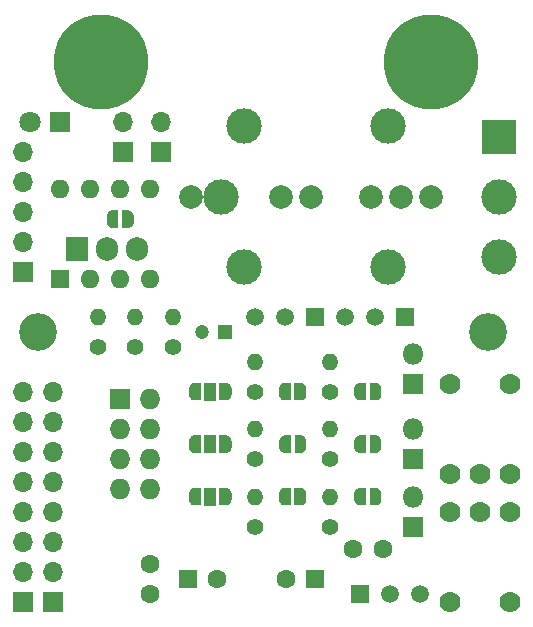
<source format=gbs>
G04 #@! TF.GenerationSoftware,KiCad,Pcbnew,(5.1.6-0-10_14)*
G04 #@! TF.CreationDate,2021-05-08T14:10:43+01:00*
G04 #@! TF.ProjectId,WiFive55,57694669-7665-4353-952e-6b696361645f,0.14*
G04 #@! TF.SameCoordinates,Original*
G04 #@! TF.FileFunction,Soldermask,Bot*
G04 #@! TF.FilePolarity,Negative*
%FSLAX46Y46*%
G04 Gerber Fmt 4.6, Leading zero omitted, Abs format (unit mm)*
G04 Created by KiCad (PCBNEW (5.1.6-0-10_14)) date 2021-05-08 14:10:43*
%MOMM*%
%LPD*%
G01*
G04 APERTURE LIST*
%ADD10C,2.000000*%
%ADD11C,1.600000*%
%ADD12R,1.600000X1.600000*%
%ADD13C,1.200000*%
%ADD14R,1.200000X1.200000*%
%ADD15O,1.400000X1.400000*%
%ADD16C,1.400000*%
%ADD17C,0.900000*%
%ADD18C,8.000000*%
%ADD19O,1.905000X2.000000*%
%ADD20R,1.905000X2.000000*%
%ADD21R,1.500000X1.500000*%
%ADD22C,1.500000*%
%ADD23C,0.100000*%
%ADD24O,1.700000X1.700000*%
%ADD25R,1.700000X1.700000*%
%ADD26O,1.727200X1.727200*%
%ADD27R,1.727200X1.727200*%
%ADD28C,3.200000*%
%ADD29O,1.600000X1.600000*%
%ADD30R,1.000000X1.500000*%
%ADD31C,1.800000*%
%ADD32R,1.800000X1.800000*%
%ADD33C,3.000000*%
%ADD34R,3.000000X3.000000*%
%ADD35O,1.800000X1.800000*%
%ADD36C,1.778000*%
G04 APERTURE END LIST*
D10*
X137414000Y-59690000D03*
X134874000Y-59690000D03*
X132334000Y-59690000D03*
X127254000Y-59690000D03*
X124714000Y-59690000D03*
X117094000Y-59690000D03*
D11*
X119340000Y-92075000D03*
D12*
X116840000Y-92075000D03*
D11*
X125135000Y-92075000D03*
D12*
X127635000Y-92075000D03*
D13*
X118015000Y-71120000D03*
D14*
X120015000Y-71120000D03*
D15*
X115570000Y-69850000D03*
D16*
X115570000Y-72390000D03*
D17*
X138562050Y-45488362D03*
X136265950Y-45488361D03*
X134642362Y-47111950D03*
X134642361Y-49408050D03*
X136265950Y-51031638D03*
X138562050Y-51031639D03*
X140185638Y-49408050D03*
X140185639Y-47111950D03*
D18*
X137414000Y-48260000D03*
D17*
X110622050Y-45488362D03*
X108325950Y-45488361D03*
X106702362Y-47111950D03*
X106702361Y-49408050D03*
X108325950Y-51031638D03*
X110622050Y-51031639D03*
X112245638Y-49408050D03*
X112245639Y-47111950D03*
D18*
X109474000Y-48260000D03*
D19*
X112530000Y-64135000D03*
X109990000Y-64135000D03*
D20*
X107450000Y-64135000D03*
D21*
X135255000Y-69850000D03*
D22*
X130175000Y-69850000D03*
X132715000Y-69850000D03*
D21*
X127635000Y-69850000D03*
D22*
X122555000Y-69850000D03*
X125095000Y-69850000D03*
D23*
G36*
X110475000Y-62344398D02*
G01*
X110450466Y-62344398D01*
X110401635Y-62339588D01*
X110353510Y-62330016D01*
X110306555Y-62315772D01*
X110261222Y-62296995D01*
X110217949Y-62273864D01*
X110177150Y-62246604D01*
X110139221Y-62215476D01*
X110104524Y-62180779D01*
X110073396Y-62142850D01*
X110046136Y-62102051D01*
X110023005Y-62058778D01*
X110004228Y-62013445D01*
X109989984Y-61966490D01*
X109980412Y-61918365D01*
X109975602Y-61869534D01*
X109975602Y-61845000D01*
X109975000Y-61845000D01*
X109975000Y-61345000D01*
X109975602Y-61345000D01*
X109975602Y-61320466D01*
X109980412Y-61271635D01*
X109989984Y-61223510D01*
X110004228Y-61176555D01*
X110023005Y-61131222D01*
X110046136Y-61087949D01*
X110073396Y-61047150D01*
X110104524Y-61009221D01*
X110139221Y-60974524D01*
X110177150Y-60943396D01*
X110217949Y-60916136D01*
X110261222Y-60893005D01*
X110306555Y-60874228D01*
X110353510Y-60859984D01*
X110401635Y-60850412D01*
X110450466Y-60845602D01*
X110475000Y-60845602D01*
X110475000Y-60845000D01*
X110975000Y-60845000D01*
X110975000Y-62345000D01*
X110475000Y-62345000D01*
X110475000Y-62344398D01*
G37*
G36*
X111275000Y-60845000D02*
G01*
X111775000Y-60845000D01*
X111775000Y-60845602D01*
X111799534Y-60845602D01*
X111848365Y-60850412D01*
X111896490Y-60859984D01*
X111943445Y-60874228D01*
X111988778Y-60893005D01*
X112032051Y-60916136D01*
X112072850Y-60943396D01*
X112110779Y-60974524D01*
X112145476Y-61009221D01*
X112176604Y-61047150D01*
X112203864Y-61087949D01*
X112226995Y-61131222D01*
X112245772Y-61176555D01*
X112260016Y-61223510D01*
X112269588Y-61271635D01*
X112274398Y-61320466D01*
X112274398Y-61345000D01*
X112275000Y-61345000D01*
X112275000Y-61845000D01*
X112274398Y-61845000D01*
X112274398Y-61869534D01*
X112269588Y-61918365D01*
X112260016Y-61966490D01*
X112245772Y-62013445D01*
X112226995Y-62058778D01*
X112203864Y-62102051D01*
X112176604Y-62142850D01*
X112145476Y-62180779D01*
X112110779Y-62215476D01*
X112072850Y-62246604D01*
X112032051Y-62273864D01*
X111988778Y-62296995D01*
X111943445Y-62315772D01*
X111896490Y-62330016D01*
X111848365Y-62339588D01*
X111799534Y-62344398D01*
X111775000Y-62344398D01*
X111775000Y-62345000D01*
X111275000Y-62345000D01*
X111275000Y-60845000D01*
G37*
D24*
X111379000Y-53340000D03*
D25*
X111379000Y-55880000D03*
D24*
X114554000Y-53340000D03*
D25*
X114554000Y-55880000D03*
D15*
X122555000Y-85090000D03*
D16*
X122555000Y-87630000D03*
D15*
X122555000Y-73660000D03*
D16*
X122555000Y-76200000D03*
D15*
X128905000Y-73660000D03*
D16*
X128905000Y-76200000D03*
D15*
X128905000Y-79375000D03*
D16*
X128905000Y-81915000D03*
D15*
X128905000Y-85090000D03*
D16*
X128905000Y-87630000D03*
D15*
X112395000Y-69850000D03*
D16*
X112395000Y-72390000D03*
D15*
X122555000Y-79375000D03*
D16*
X122555000Y-81915000D03*
D15*
X109220000Y-69850000D03*
D16*
X109220000Y-72390000D03*
D23*
G36*
X125565000Y-76950000D02*
G01*
X125065000Y-76950000D01*
X125065000Y-76949398D01*
X125040466Y-76949398D01*
X124991635Y-76944588D01*
X124943510Y-76935016D01*
X124896555Y-76920772D01*
X124851222Y-76901995D01*
X124807949Y-76878864D01*
X124767150Y-76851604D01*
X124729221Y-76820476D01*
X124694524Y-76785779D01*
X124663396Y-76747850D01*
X124636136Y-76707051D01*
X124613005Y-76663778D01*
X124594228Y-76618445D01*
X124579984Y-76571490D01*
X124570412Y-76523365D01*
X124565602Y-76474534D01*
X124565602Y-76450000D01*
X124565000Y-76450000D01*
X124565000Y-75950000D01*
X124565602Y-75950000D01*
X124565602Y-75925466D01*
X124570412Y-75876635D01*
X124579984Y-75828510D01*
X124594228Y-75781555D01*
X124613005Y-75736222D01*
X124636136Y-75692949D01*
X124663396Y-75652150D01*
X124694524Y-75614221D01*
X124729221Y-75579524D01*
X124767150Y-75548396D01*
X124807949Y-75521136D01*
X124851222Y-75498005D01*
X124896555Y-75479228D01*
X124943510Y-75464984D01*
X124991635Y-75455412D01*
X125040466Y-75450602D01*
X125065000Y-75450602D01*
X125065000Y-75450000D01*
X125565000Y-75450000D01*
X125565000Y-76950000D01*
G37*
G36*
X126365000Y-75450602D02*
G01*
X126389534Y-75450602D01*
X126438365Y-75455412D01*
X126486490Y-75464984D01*
X126533445Y-75479228D01*
X126578778Y-75498005D01*
X126622051Y-75521136D01*
X126662850Y-75548396D01*
X126700779Y-75579524D01*
X126735476Y-75614221D01*
X126766604Y-75652150D01*
X126793864Y-75692949D01*
X126816995Y-75736222D01*
X126835772Y-75781555D01*
X126850016Y-75828510D01*
X126859588Y-75876635D01*
X126864398Y-75925466D01*
X126864398Y-75950000D01*
X126865000Y-75950000D01*
X126865000Y-76450000D01*
X126864398Y-76450000D01*
X126864398Y-76474534D01*
X126859588Y-76523365D01*
X126850016Y-76571490D01*
X126835772Y-76618445D01*
X126816995Y-76663778D01*
X126793864Y-76707051D01*
X126766604Y-76747850D01*
X126735476Y-76785779D01*
X126700779Y-76820476D01*
X126662850Y-76851604D01*
X126622051Y-76878864D01*
X126578778Y-76901995D01*
X126533445Y-76920772D01*
X126486490Y-76935016D01*
X126438365Y-76944588D01*
X126389534Y-76949398D01*
X126365000Y-76949398D01*
X126365000Y-76950000D01*
X125865000Y-76950000D01*
X125865000Y-75450000D01*
X126365000Y-75450000D01*
X126365000Y-75450602D01*
G37*
G36*
X125865000Y-84340000D02*
G01*
X126365000Y-84340000D01*
X126365000Y-84340602D01*
X126389534Y-84340602D01*
X126438365Y-84345412D01*
X126486490Y-84354984D01*
X126533445Y-84369228D01*
X126578778Y-84388005D01*
X126622051Y-84411136D01*
X126662850Y-84438396D01*
X126700779Y-84469524D01*
X126735476Y-84504221D01*
X126766604Y-84542150D01*
X126793864Y-84582949D01*
X126816995Y-84626222D01*
X126835772Y-84671555D01*
X126850016Y-84718510D01*
X126859588Y-84766635D01*
X126864398Y-84815466D01*
X126864398Y-84840000D01*
X126865000Y-84840000D01*
X126865000Y-85340000D01*
X126864398Y-85340000D01*
X126864398Y-85364534D01*
X126859588Y-85413365D01*
X126850016Y-85461490D01*
X126835772Y-85508445D01*
X126816995Y-85553778D01*
X126793864Y-85597051D01*
X126766604Y-85637850D01*
X126735476Y-85675779D01*
X126700779Y-85710476D01*
X126662850Y-85741604D01*
X126622051Y-85768864D01*
X126578778Y-85791995D01*
X126533445Y-85810772D01*
X126486490Y-85825016D01*
X126438365Y-85834588D01*
X126389534Y-85839398D01*
X126365000Y-85839398D01*
X126365000Y-85840000D01*
X125865000Y-85840000D01*
X125865000Y-84340000D01*
G37*
G36*
X125065000Y-85839398D02*
G01*
X125040466Y-85839398D01*
X124991635Y-85834588D01*
X124943510Y-85825016D01*
X124896555Y-85810772D01*
X124851222Y-85791995D01*
X124807949Y-85768864D01*
X124767150Y-85741604D01*
X124729221Y-85710476D01*
X124694524Y-85675779D01*
X124663396Y-85637850D01*
X124636136Y-85597051D01*
X124613005Y-85553778D01*
X124594228Y-85508445D01*
X124579984Y-85461490D01*
X124570412Y-85413365D01*
X124565602Y-85364534D01*
X124565602Y-85340000D01*
X124565000Y-85340000D01*
X124565000Y-84840000D01*
X124565602Y-84840000D01*
X124565602Y-84815466D01*
X124570412Y-84766635D01*
X124579984Y-84718510D01*
X124594228Y-84671555D01*
X124613005Y-84626222D01*
X124636136Y-84582949D01*
X124663396Y-84542150D01*
X124694524Y-84504221D01*
X124729221Y-84469524D01*
X124767150Y-84438396D01*
X124807949Y-84411136D01*
X124851222Y-84388005D01*
X124896555Y-84369228D01*
X124943510Y-84354984D01*
X124991635Y-84345412D01*
X125040466Y-84340602D01*
X125065000Y-84340602D01*
X125065000Y-84340000D01*
X125565000Y-84340000D01*
X125565000Y-85840000D01*
X125065000Y-85840000D01*
X125065000Y-85839398D01*
G37*
G36*
X125880000Y-79895000D02*
G01*
X126380000Y-79895000D01*
X126380000Y-79895602D01*
X126404534Y-79895602D01*
X126453365Y-79900412D01*
X126501490Y-79909984D01*
X126548445Y-79924228D01*
X126593778Y-79943005D01*
X126637051Y-79966136D01*
X126677850Y-79993396D01*
X126715779Y-80024524D01*
X126750476Y-80059221D01*
X126781604Y-80097150D01*
X126808864Y-80137949D01*
X126831995Y-80181222D01*
X126850772Y-80226555D01*
X126865016Y-80273510D01*
X126874588Y-80321635D01*
X126879398Y-80370466D01*
X126879398Y-80395000D01*
X126880000Y-80395000D01*
X126880000Y-80895000D01*
X126879398Y-80895000D01*
X126879398Y-80919534D01*
X126874588Y-80968365D01*
X126865016Y-81016490D01*
X126850772Y-81063445D01*
X126831995Y-81108778D01*
X126808864Y-81152051D01*
X126781604Y-81192850D01*
X126750476Y-81230779D01*
X126715779Y-81265476D01*
X126677850Y-81296604D01*
X126637051Y-81323864D01*
X126593778Y-81346995D01*
X126548445Y-81365772D01*
X126501490Y-81380016D01*
X126453365Y-81389588D01*
X126404534Y-81394398D01*
X126380000Y-81394398D01*
X126380000Y-81395000D01*
X125880000Y-81395000D01*
X125880000Y-79895000D01*
G37*
G36*
X125080000Y-81394398D02*
G01*
X125055466Y-81394398D01*
X125006635Y-81389588D01*
X124958510Y-81380016D01*
X124911555Y-81365772D01*
X124866222Y-81346995D01*
X124822949Y-81323864D01*
X124782150Y-81296604D01*
X124744221Y-81265476D01*
X124709524Y-81230779D01*
X124678396Y-81192850D01*
X124651136Y-81152051D01*
X124628005Y-81108778D01*
X124609228Y-81063445D01*
X124594984Y-81016490D01*
X124585412Y-80968365D01*
X124580602Y-80919534D01*
X124580602Y-80895000D01*
X124580000Y-80895000D01*
X124580000Y-80395000D01*
X124580602Y-80395000D01*
X124580602Y-80370466D01*
X124585412Y-80321635D01*
X124594984Y-80273510D01*
X124609228Y-80226555D01*
X124628005Y-80181222D01*
X124651136Y-80137949D01*
X124678396Y-80097150D01*
X124709524Y-80059221D01*
X124744221Y-80024524D01*
X124782150Y-79993396D01*
X124822949Y-79966136D01*
X124866222Y-79943005D01*
X124911555Y-79924228D01*
X124958510Y-79909984D01*
X125006635Y-79900412D01*
X125055466Y-79895602D01*
X125080000Y-79895602D01*
X125080000Y-79895000D01*
X125580000Y-79895000D01*
X125580000Y-81395000D01*
X125080000Y-81395000D01*
X125080000Y-81394398D01*
G37*
D21*
X131445000Y-93345000D03*
D22*
X136525000Y-93345000D03*
X133985000Y-93345000D03*
D23*
G36*
X132730000Y-79895602D02*
G01*
X132754534Y-79895602D01*
X132803365Y-79900412D01*
X132851490Y-79909984D01*
X132898445Y-79924228D01*
X132943778Y-79943005D01*
X132987051Y-79966136D01*
X133027850Y-79993396D01*
X133065779Y-80024524D01*
X133100476Y-80059221D01*
X133131604Y-80097150D01*
X133158864Y-80137949D01*
X133181995Y-80181222D01*
X133200772Y-80226555D01*
X133215016Y-80273510D01*
X133224588Y-80321635D01*
X133229398Y-80370466D01*
X133229398Y-80395000D01*
X133230000Y-80395000D01*
X133230000Y-80895000D01*
X133229398Y-80895000D01*
X133229398Y-80919534D01*
X133224588Y-80968365D01*
X133215016Y-81016490D01*
X133200772Y-81063445D01*
X133181995Y-81108778D01*
X133158864Y-81152051D01*
X133131604Y-81192850D01*
X133100476Y-81230779D01*
X133065779Y-81265476D01*
X133027850Y-81296604D01*
X132987051Y-81323864D01*
X132943778Y-81346995D01*
X132898445Y-81365772D01*
X132851490Y-81380016D01*
X132803365Y-81389588D01*
X132754534Y-81394398D01*
X132730000Y-81394398D01*
X132730000Y-81395000D01*
X132230000Y-81395000D01*
X132230000Y-79895000D01*
X132730000Y-79895000D01*
X132730000Y-79895602D01*
G37*
G36*
X131930000Y-81395000D02*
G01*
X131430000Y-81395000D01*
X131430000Y-81394398D01*
X131405466Y-81394398D01*
X131356635Y-81389588D01*
X131308510Y-81380016D01*
X131261555Y-81365772D01*
X131216222Y-81346995D01*
X131172949Y-81323864D01*
X131132150Y-81296604D01*
X131094221Y-81265476D01*
X131059524Y-81230779D01*
X131028396Y-81192850D01*
X131001136Y-81152051D01*
X130978005Y-81108778D01*
X130959228Y-81063445D01*
X130944984Y-81016490D01*
X130935412Y-80968365D01*
X130930602Y-80919534D01*
X130930602Y-80895000D01*
X130930000Y-80895000D01*
X130930000Y-80395000D01*
X130930602Y-80395000D01*
X130930602Y-80370466D01*
X130935412Y-80321635D01*
X130944984Y-80273510D01*
X130959228Y-80226555D01*
X130978005Y-80181222D01*
X131001136Y-80137949D01*
X131028396Y-80097150D01*
X131059524Y-80059221D01*
X131094221Y-80024524D01*
X131132150Y-79993396D01*
X131172949Y-79966136D01*
X131216222Y-79943005D01*
X131261555Y-79924228D01*
X131308510Y-79909984D01*
X131356635Y-79900412D01*
X131405466Y-79895602D01*
X131430000Y-79895602D01*
X131430000Y-79895000D01*
X131930000Y-79895000D01*
X131930000Y-81395000D01*
G37*
G36*
X132730000Y-75450602D02*
G01*
X132754534Y-75450602D01*
X132803365Y-75455412D01*
X132851490Y-75464984D01*
X132898445Y-75479228D01*
X132943778Y-75498005D01*
X132987051Y-75521136D01*
X133027850Y-75548396D01*
X133065779Y-75579524D01*
X133100476Y-75614221D01*
X133131604Y-75652150D01*
X133158864Y-75692949D01*
X133181995Y-75736222D01*
X133200772Y-75781555D01*
X133215016Y-75828510D01*
X133224588Y-75876635D01*
X133229398Y-75925466D01*
X133229398Y-75950000D01*
X133230000Y-75950000D01*
X133230000Y-76450000D01*
X133229398Y-76450000D01*
X133229398Y-76474534D01*
X133224588Y-76523365D01*
X133215016Y-76571490D01*
X133200772Y-76618445D01*
X133181995Y-76663778D01*
X133158864Y-76707051D01*
X133131604Y-76747850D01*
X133100476Y-76785779D01*
X133065779Y-76820476D01*
X133027850Y-76851604D01*
X132987051Y-76878864D01*
X132943778Y-76901995D01*
X132898445Y-76920772D01*
X132851490Y-76935016D01*
X132803365Y-76944588D01*
X132754534Y-76949398D01*
X132730000Y-76949398D01*
X132730000Y-76950000D01*
X132230000Y-76950000D01*
X132230000Y-75450000D01*
X132730000Y-75450000D01*
X132730000Y-75450602D01*
G37*
G36*
X131930000Y-76950000D02*
G01*
X131430000Y-76950000D01*
X131430000Y-76949398D01*
X131405466Y-76949398D01*
X131356635Y-76944588D01*
X131308510Y-76935016D01*
X131261555Y-76920772D01*
X131216222Y-76901995D01*
X131172949Y-76878864D01*
X131132150Y-76851604D01*
X131094221Y-76820476D01*
X131059524Y-76785779D01*
X131028396Y-76747850D01*
X131001136Y-76707051D01*
X130978005Y-76663778D01*
X130959228Y-76618445D01*
X130944984Y-76571490D01*
X130935412Y-76523365D01*
X130930602Y-76474534D01*
X130930602Y-76450000D01*
X130930000Y-76450000D01*
X130930000Y-75950000D01*
X130930602Y-75950000D01*
X130930602Y-75925466D01*
X130935412Y-75876635D01*
X130944984Y-75828510D01*
X130959228Y-75781555D01*
X130978005Y-75736222D01*
X131001136Y-75692949D01*
X131028396Y-75652150D01*
X131059524Y-75614221D01*
X131094221Y-75579524D01*
X131132150Y-75548396D01*
X131172949Y-75521136D01*
X131216222Y-75498005D01*
X131261555Y-75479228D01*
X131308510Y-75464984D01*
X131356635Y-75455412D01*
X131405466Y-75450602D01*
X131430000Y-75450602D01*
X131430000Y-75450000D01*
X131930000Y-75450000D01*
X131930000Y-76950000D01*
G37*
D24*
X105410000Y-76200000D03*
X105410000Y-78740000D03*
X105410000Y-81280000D03*
X105410000Y-83820000D03*
X105410000Y-86360000D03*
X105410000Y-88900000D03*
X105410000Y-91440000D03*
D25*
X105410000Y-93980000D03*
D24*
X102870000Y-76200000D03*
X102870000Y-78740000D03*
X102870000Y-81280000D03*
X102870000Y-83820000D03*
X102870000Y-86360000D03*
X102870000Y-88900000D03*
X102870000Y-91440000D03*
D25*
X102870000Y-93980000D03*
D24*
X102870000Y-55880000D03*
X102870000Y-58420000D03*
X102870000Y-60960000D03*
X102870000Y-63500000D03*
D25*
X102870000Y-66040000D03*
D26*
X113665000Y-84455000D03*
X111125000Y-84455000D03*
X113665000Y-81915000D03*
X111125000Y-81915000D03*
X113665000Y-79375000D03*
X111125000Y-79375000D03*
X113665000Y-76835000D03*
D27*
X111125000Y-76835000D03*
D28*
X142240000Y-71120000D03*
X104140000Y-71120000D03*
D11*
X113665000Y-93305000D03*
X113665000Y-90805000D03*
D29*
X106045000Y-59055000D03*
X113665000Y-66675000D03*
X108585000Y-59055000D03*
X111125000Y-66675000D03*
X111125000Y-59055000D03*
X108585000Y-66675000D03*
X113665000Y-59055000D03*
D12*
X106045000Y-66675000D03*
D23*
G36*
X119495000Y-84340000D02*
G01*
X120045000Y-84340000D01*
X120045000Y-84340602D01*
X120069534Y-84340602D01*
X120118365Y-84345412D01*
X120166490Y-84354984D01*
X120213445Y-84369228D01*
X120258778Y-84388005D01*
X120302051Y-84411136D01*
X120342850Y-84438396D01*
X120380779Y-84469524D01*
X120415476Y-84504221D01*
X120446604Y-84542150D01*
X120473864Y-84582949D01*
X120496995Y-84626222D01*
X120515772Y-84671555D01*
X120530016Y-84718510D01*
X120539588Y-84766635D01*
X120544398Y-84815466D01*
X120544398Y-84840000D01*
X120545000Y-84840000D01*
X120545000Y-85340000D01*
X120544398Y-85340000D01*
X120544398Y-85364534D01*
X120539588Y-85413365D01*
X120530016Y-85461490D01*
X120515772Y-85508445D01*
X120496995Y-85553778D01*
X120473864Y-85597051D01*
X120446604Y-85637850D01*
X120415476Y-85675779D01*
X120380779Y-85710476D01*
X120342850Y-85741604D01*
X120302051Y-85768864D01*
X120258778Y-85791995D01*
X120213445Y-85810772D01*
X120166490Y-85825016D01*
X120118365Y-85834588D01*
X120069534Y-85839398D01*
X120045000Y-85839398D01*
X120045000Y-85840000D01*
X119495000Y-85840000D01*
X119495000Y-84340000D01*
G37*
D30*
X118745000Y-85090000D03*
D23*
G36*
X117445000Y-85839398D02*
G01*
X117420466Y-85839398D01*
X117371635Y-85834588D01*
X117323510Y-85825016D01*
X117276555Y-85810772D01*
X117231222Y-85791995D01*
X117187949Y-85768864D01*
X117147150Y-85741604D01*
X117109221Y-85710476D01*
X117074524Y-85675779D01*
X117043396Y-85637850D01*
X117016136Y-85597051D01*
X116993005Y-85553778D01*
X116974228Y-85508445D01*
X116959984Y-85461490D01*
X116950412Y-85413365D01*
X116945602Y-85364534D01*
X116945602Y-85340000D01*
X116945000Y-85340000D01*
X116945000Y-84840000D01*
X116945602Y-84840000D01*
X116945602Y-84815466D01*
X116950412Y-84766635D01*
X116959984Y-84718510D01*
X116974228Y-84671555D01*
X116993005Y-84626222D01*
X117016136Y-84582949D01*
X117043396Y-84542150D01*
X117074524Y-84504221D01*
X117109221Y-84469524D01*
X117147150Y-84438396D01*
X117187949Y-84411136D01*
X117231222Y-84388005D01*
X117276555Y-84369228D01*
X117323510Y-84354984D01*
X117371635Y-84345412D01*
X117420466Y-84340602D01*
X117445000Y-84340602D01*
X117445000Y-84340000D01*
X117995000Y-84340000D01*
X117995000Y-85840000D01*
X117445000Y-85840000D01*
X117445000Y-85839398D01*
G37*
D31*
X103505000Y-53340000D03*
D32*
X106045000Y-53340000D03*
D33*
X143192500Y-64770000D03*
X143192500Y-59690000D03*
D34*
X143192500Y-54610000D03*
D35*
X135890000Y-73025000D03*
D32*
X135890000Y-75565000D03*
D35*
X135890000Y-85090000D03*
D32*
X135890000Y-87630000D03*
D35*
X135890000Y-79375000D03*
D32*
X135890000Y-81915000D03*
D30*
X118745000Y-80645000D03*
D23*
G36*
X120045000Y-79895602D02*
G01*
X120069534Y-79895602D01*
X120118365Y-79900412D01*
X120166490Y-79909984D01*
X120213445Y-79924228D01*
X120258778Y-79943005D01*
X120302051Y-79966136D01*
X120342850Y-79993396D01*
X120380779Y-80024524D01*
X120415476Y-80059221D01*
X120446604Y-80097150D01*
X120473864Y-80137949D01*
X120496995Y-80181222D01*
X120515772Y-80226555D01*
X120530016Y-80273510D01*
X120539588Y-80321635D01*
X120544398Y-80370466D01*
X120544398Y-80395000D01*
X120545000Y-80395000D01*
X120545000Y-80895000D01*
X120544398Y-80895000D01*
X120544398Y-80919534D01*
X120539588Y-80968365D01*
X120530016Y-81016490D01*
X120515772Y-81063445D01*
X120496995Y-81108778D01*
X120473864Y-81152051D01*
X120446604Y-81192850D01*
X120415476Y-81230779D01*
X120380779Y-81265476D01*
X120342850Y-81296604D01*
X120302051Y-81323864D01*
X120258778Y-81346995D01*
X120213445Y-81365772D01*
X120166490Y-81380016D01*
X120118365Y-81389588D01*
X120069534Y-81394398D01*
X120045000Y-81394398D01*
X120045000Y-81395000D01*
X119495000Y-81395000D01*
X119495000Y-79895000D01*
X120045000Y-79895000D01*
X120045000Y-79895602D01*
G37*
G36*
X117995000Y-81395000D02*
G01*
X117445000Y-81395000D01*
X117445000Y-81394398D01*
X117420466Y-81394398D01*
X117371635Y-81389588D01*
X117323510Y-81380016D01*
X117276555Y-81365772D01*
X117231222Y-81346995D01*
X117187949Y-81323864D01*
X117147150Y-81296604D01*
X117109221Y-81265476D01*
X117074524Y-81230779D01*
X117043396Y-81192850D01*
X117016136Y-81152051D01*
X116993005Y-81108778D01*
X116974228Y-81063445D01*
X116959984Y-81016490D01*
X116950412Y-80968365D01*
X116945602Y-80919534D01*
X116945602Y-80895000D01*
X116945000Y-80895000D01*
X116945000Y-80395000D01*
X116945602Y-80395000D01*
X116945602Y-80370466D01*
X116950412Y-80321635D01*
X116959984Y-80273510D01*
X116974228Y-80226555D01*
X116993005Y-80181222D01*
X117016136Y-80137949D01*
X117043396Y-80097150D01*
X117074524Y-80059221D01*
X117109221Y-80024524D01*
X117147150Y-79993396D01*
X117187949Y-79966136D01*
X117231222Y-79943005D01*
X117276555Y-79924228D01*
X117323510Y-79909984D01*
X117371635Y-79900412D01*
X117420466Y-79895602D01*
X117445000Y-79895602D01*
X117445000Y-79895000D01*
X117995000Y-79895000D01*
X117995000Y-81395000D01*
G37*
D30*
X118745000Y-76200000D03*
D23*
G36*
X117445000Y-76949398D02*
G01*
X117420466Y-76949398D01*
X117371635Y-76944588D01*
X117323510Y-76935016D01*
X117276555Y-76920772D01*
X117231222Y-76901995D01*
X117187949Y-76878864D01*
X117147150Y-76851604D01*
X117109221Y-76820476D01*
X117074524Y-76785779D01*
X117043396Y-76747850D01*
X117016136Y-76707051D01*
X116993005Y-76663778D01*
X116974228Y-76618445D01*
X116959984Y-76571490D01*
X116950412Y-76523365D01*
X116945602Y-76474534D01*
X116945602Y-76450000D01*
X116945000Y-76450000D01*
X116945000Y-75950000D01*
X116945602Y-75950000D01*
X116945602Y-75925466D01*
X116950412Y-75876635D01*
X116959984Y-75828510D01*
X116974228Y-75781555D01*
X116993005Y-75736222D01*
X117016136Y-75692949D01*
X117043396Y-75652150D01*
X117074524Y-75614221D01*
X117109221Y-75579524D01*
X117147150Y-75548396D01*
X117187949Y-75521136D01*
X117231222Y-75498005D01*
X117276555Y-75479228D01*
X117323510Y-75464984D01*
X117371635Y-75455412D01*
X117420466Y-75450602D01*
X117445000Y-75450602D01*
X117445000Y-75450000D01*
X117995000Y-75450000D01*
X117995000Y-76950000D01*
X117445000Y-76950000D01*
X117445000Y-76949398D01*
G37*
G36*
X119495000Y-75450000D02*
G01*
X120045000Y-75450000D01*
X120045000Y-75450602D01*
X120069534Y-75450602D01*
X120118365Y-75455412D01*
X120166490Y-75464984D01*
X120213445Y-75479228D01*
X120258778Y-75498005D01*
X120302051Y-75521136D01*
X120342850Y-75548396D01*
X120380779Y-75579524D01*
X120415476Y-75614221D01*
X120446604Y-75652150D01*
X120473864Y-75692949D01*
X120496995Y-75736222D01*
X120515772Y-75781555D01*
X120530016Y-75828510D01*
X120539588Y-75876635D01*
X120544398Y-75925466D01*
X120544398Y-75950000D01*
X120545000Y-75950000D01*
X120545000Y-76450000D01*
X120544398Y-76450000D01*
X120544398Y-76474534D01*
X120539588Y-76523365D01*
X120530016Y-76571490D01*
X120515772Y-76618445D01*
X120496995Y-76663778D01*
X120473864Y-76707051D01*
X120446604Y-76747850D01*
X120415476Y-76785779D01*
X120380779Y-76820476D01*
X120342850Y-76851604D01*
X120302051Y-76878864D01*
X120258778Y-76901995D01*
X120213445Y-76920772D01*
X120166490Y-76935016D01*
X120118365Y-76944588D01*
X120069534Y-76949398D01*
X120045000Y-76949398D01*
X120045000Y-76950000D01*
X119495000Y-76950000D01*
X119495000Y-75450000D01*
G37*
G36*
X131430000Y-85839398D02*
G01*
X131405466Y-85839398D01*
X131356635Y-85834588D01*
X131308510Y-85825016D01*
X131261555Y-85810772D01*
X131216222Y-85791995D01*
X131172949Y-85768864D01*
X131132150Y-85741604D01*
X131094221Y-85710476D01*
X131059524Y-85675779D01*
X131028396Y-85637850D01*
X131001136Y-85597051D01*
X130978005Y-85553778D01*
X130959228Y-85508445D01*
X130944984Y-85461490D01*
X130935412Y-85413365D01*
X130930602Y-85364534D01*
X130930602Y-85340000D01*
X130930000Y-85340000D01*
X130930000Y-84840000D01*
X130930602Y-84840000D01*
X130930602Y-84815466D01*
X130935412Y-84766635D01*
X130944984Y-84718510D01*
X130959228Y-84671555D01*
X130978005Y-84626222D01*
X131001136Y-84582949D01*
X131028396Y-84542150D01*
X131059524Y-84504221D01*
X131094221Y-84469524D01*
X131132150Y-84438396D01*
X131172949Y-84411136D01*
X131216222Y-84388005D01*
X131261555Y-84369228D01*
X131308510Y-84354984D01*
X131356635Y-84345412D01*
X131405466Y-84340602D01*
X131430000Y-84340602D01*
X131430000Y-84340000D01*
X131930000Y-84340000D01*
X131930000Y-85840000D01*
X131430000Y-85840000D01*
X131430000Y-85839398D01*
G37*
G36*
X132230000Y-84340000D02*
G01*
X132730000Y-84340000D01*
X132730000Y-84340602D01*
X132754534Y-84340602D01*
X132803365Y-84345412D01*
X132851490Y-84354984D01*
X132898445Y-84369228D01*
X132943778Y-84388005D01*
X132987051Y-84411136D01*
X133027850Y-84438396D01*
X133065779Y-84469524D01*
X133100476Y-84504221D01*
X133131604Y-84542150D01*
X133158864Y-84582949D01*
X133181995Y-84626222D01*
X133200772Y-84671555D01*
X133215016Y-84718510D01*
X133224588Y-84766635D01*
X133229398Y-84815466D01*
X133229398Y-84840000D01*
X133230000Y-84840000D01*
X133230000Y-85340000D01*
X133229398Y-85340000D01*
X133229398Y-85364534D01*
X133224588Y-85413365D01*
X133215016Y-85461490D01*
X133200772Y-85508445D01*
X133181995Y-85553778D01*
X133158864Y-85597051D01*
X133131604Y-85637850D01*
X133100476Y-85675779D01*
X133065779Y-85710476D01*
X133027850Y-85741604D01*
X132987051Y-85768864D01*
X132943778Y-85791995D01*
X132898445Y-85810772D01*
X132851490Y-85825016D01*
X132803365Y-85834588D01*
X132754534Y-85839398D01*
X132730000Y-85839398D01*
X132730000Y-85840000D01*
X132230000Y-85840000D01*
X132230000Y-84340000D01*
G37*
D36*
X144145000Y-86360000D03*
X141605000Y-86360000D03*
X139065000Y-86360000D03*
X139065000Y-93980000D03*
X144145000Y-93980000D03*
X139065000Y-83185000D03*
X141605000Y-83185000D03*
X144145000Y-83185000D03*
X144145000Y-75565000D03*
X139065000Y-75565000D03*
D33*
X119634000Y-59690000D03*
X121634000Y-53690000D03*
X133834000Y-53690000D03*
X133834000Y-65690000D03*
X121634000Y-65690000D03*
D11*
X130850000Y-89535000D03*
X133350000Y-89535000D03*
M02*

</source>
